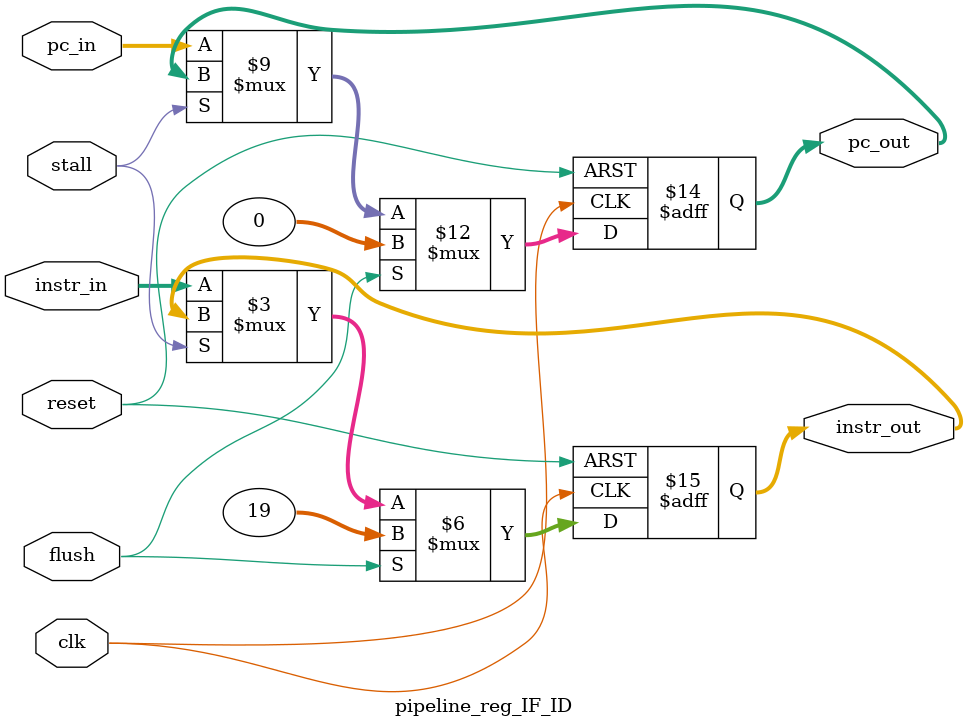
<source format=sv>
`timescale 1ns/1ps



module pipeline_reg_IF_ID(
    input  logic        clk,
    input  logic        reset,

    // stall=1则保持现状，flush=1则插入NOP
    input  logic        stall,
    input  logic        flush,

    // IF阶段输出
    input  logic [31:0] pc_in,
    input  logic [31:0] instr_in,

    // ID阶段输入
    output logic [31:0] pc_out,
    output logic [31:0] instr_out
);

    always_ff @(posedge clk or posedge reset) begin
        
		  if(reset) begin
            pc_out    <= 32'd0;
            instr_out <= 32'h00000013; // NOP => addi x0,x0,0
        end
        
		  else if(flush) begin
            // 分支冲刷 => 指令变NOP
            pc_out    <= 32'd0;
            instr_out <= 32'h00000013;
        end
        
		  else if(stall) begin
            // 保持
            pc_out    <= pc_out;
            instr_out <= instr_out;
        end
        
		  else begin
            pc_out    <= pc_in;
            instr_out <= instr_in;
        end
    end

endmodule

</source>
